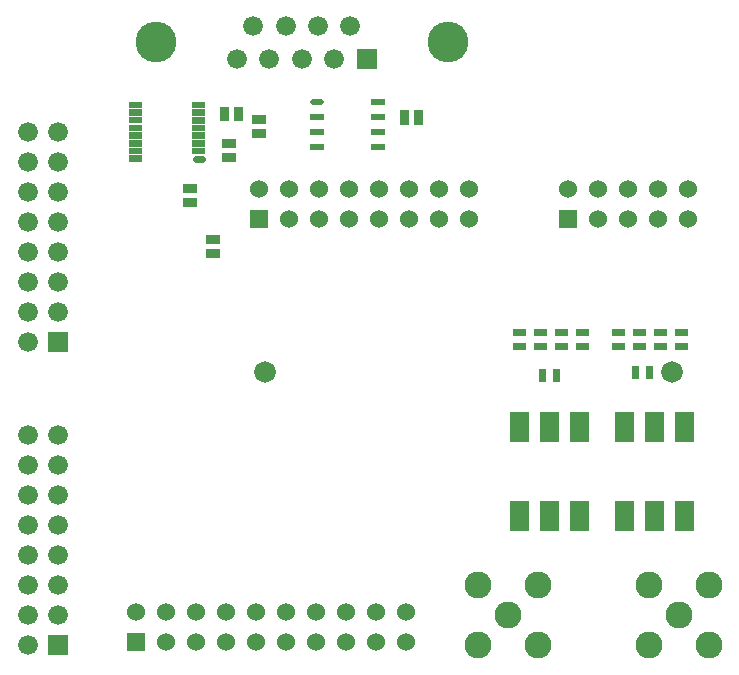
<source format=gbr>
G04 Title: TX Daughterboard, solder mask component side *
G04 Creator: pcb-bin 1.99p *
G04 CreationDate: Thu Dec 30 02:16:24 2004 UTC *
G04 For: matt *
G04 Format: Gerber/RS-274X *
G04 PCB-Dimensions: 275000 250000 *
G04 PCB-Coordinate-Origin: lower left *
%MOIN*%
%FSLAX24Y24*%
%IPPOS*%
%ADD11C,0.0100*%
%ADD12C,0.0160*%
%ADD13C,0.0460*%
%ADD14C,0.0220*%
%ADD15R,0.0160X0.0160*%
%ADD16R,0.0460X0.0460*%
%ADD17R,0.0220X0.0220*%
%ADD18C,0.0080*%
%ADD19R,0.0600X0.0600*%
%ADD20R,0.0660X0.0660*%
%ADD21R,0.0900X0.0900X0.0600X0.0600*%
%ADD22R,0.0900X0.0900*%
%ADD23C,0.0600*%
%ADD24C,0.0660*%
%ADD25C,0.0900X0.0600*%
%ADD26C,0.0900*%
%ADD27C,0.0125*%
%AMTHERM1*7,0,0,0.0900,0.0600,0.0125,45*%
%ADD28THERM1*%
%ADD29C,0.1300*%
%ADD30C,0.1360*%
%ADD31C,0.1600X0.1300*%
%ADD32C,0.1600*%
%ADD33C,0.0200*%
%ADD34R,0.0240X0.0240*%
%ADD35R,0.0440X0.0440*%
%ADD36R,0.0300X0.0300*%
%ADD37C,0.0060*%
%AMTHERM2*7,0,0,0.0900,0.0600,0.0100,45*%
%ADD38THERM2*%
%ADD39R,0.0540X0.0540*%
%ADD40R,0.0650X0.0650*%
%ADD41R,0.0950X0.0950*%
%ADD42C,0.1200X0.0900*%
%ADD43C,0.1200*%
%ADD44C,0.0150*%
%AMTHERM3*7,0,0,0.1200,0.0900,0.0150,45*%
%ADD45THERM3*%
%ADD46C,0.0720*%
%ADD47C,0.0920X0.0720*%
%ADD48C,0.0920*%
%ADD49C,0.0240*%
%ADD50C,0.0340*%
%ADD51C,0.0500*%
%ADD52R,0.0200X0.0200*%
%ADD53R,0.0500X0.0500*%
%ADD54C,0.0137*%
%ADD55C,0.1320*%
%ADD56C,0.1520*%
%ADD57C,0.1520X0.1320*%
%ADD58C,0.0400*%
%ADD59C,0.0600X0.0400*%
%AMTHERM4*7,0,0,0.0600,0.0400,0.0100,45*%
%ADD60THERM4*%
%ADD61C,0.0800*%
%ADD62C,0.0800X0.0600*%
%AMTHERM5*7,0,0,0.0800,0.0600,0.0160,45*%
%ADD63THERM5*%
%LNGROUP_3*%
%LPD*%
G01X0Y0D02*
G54D14*X6500Y17420D02*X6720D01*
G54D17*X6500Y17680D02*X6720D01*
X6500Y17930D02*X6720D01*
X6500Y18190D02*X6720D01*
X6500Y18450D02*X6720D01*
X6500Y18700D02*X6720D01*
X6500Y18960D02*X6720D01*
X6500Y19210D02*X6720D01*
X4380Y19220D02*X4600D01*
X4380Y18960D02*X4600D01*
X4380Y18710D02*X4600D01*
X4380Y18450D02*X4600D01*
X4380Y18190D02*X4600D01*
X4380Y17940D02*X4600D01*
X4380Y17680D02*X4600D01*
X4380Y17430D02*X4600D01*
G54D36*X7000Y14740D02*X7180D01*
X7000Y14260D02*X7180D01*
X8520Y18260D02*X8700D01*
X8520Y18740D02*X8700D01*
X7520Y17460D02*X7700D01*
X7520Y17940D02*X7700D01*
X7460Y19000D02*Y18820D01*
X7940Y19000D02*Y18820D01*
X6220Y16440D02*X6400D01*
X6220Y15960D02*X6400D01*
G54D34*X22610Y11160D02*X22790D01*
X22610Y11640D02*X22790D01*
G54D40*X17300Y5680D02*Y5330D01*
X18300Y5680D02*Y5330D01*
X19300Y5680D02*Y5330D01*
Y8670D02*Y8320D01*
X18300Y8670D02*Y8320D01*
X17300Y8670D02*Y8320D01*
G54D34*X21160Y10390D02*Y10210D01*
X21640Y10390D02*Y10210D01*
X21210Y11160D02*X21390D01*
X21210Y11640D02*X21390D01*
X20510Y11160D02*X20690D01*
X20510Y11640D02*X20690D01*
X19310Y11160D02*X19490D01*
X19310Y11640D02*X19490D01*
X17910Y11160D02*X18090D01*
X17910Y11640D02*X18090D01*
X17210Y11160D02*X17390D01*
X17210Y11640D02*X17390D01*
X18610Y11160D02*X18790D01*
X18610Y11640D02*X18790D01*
X18060Y10290D02*Y10110D01*
X18540Y10290D02*Y10110D01*
G54D40*X20800Y5680D02*Y5330D01*
X21800Y5680D02*Y5330D01*
X22800Y5680D02*Y5330D01*
Y8670D02*Y8320D01*
X21800Y8670D02*Y8320D01*
X20800Y8670D02*Y8320D01*
G54D34*X21910Y11160D02*X22090D01*
X21910Y11640D02*X22090D01*
G54D36*X13940Y18890D02*Y18710D01*
X13460Y18890D02*Y18710D01*
G54D33*X10410Y19300D02*X10690D01*
G54D52*X10410Y18800D02*X10690D01*
X10410Y18300D02*X10690D01*
X10410Y17800D02*X10690D01*
X12450D02*X12730D01*
X12450Y18300D02*X12730D01*
X12450Y18800D02*X12730D01*
X12450Y19300D02*X12730D01*
G54D20*X12200Y20740D03*
G54D24*X11120D03*
X10040D03*
X8960D03*
X7880D03*
X11660Y21860D03*
X10580D03*
X9500D03*
X8420D03*
G54D30*X14900Y21300D03*
X5180D03*
G54D20*X1900Y1200D03*
G54D24*X900D03*
X1900Y2200D03*
X900D03*
X1900Y3200D03*
X900D03*
X1900Y4200D03*
X900D03*
X1900Y5200D03*
X900D03*
X1900Y6200D03*
X900D03*
X1900Y7200D03*
X900D03*
X1900Y8200D03*
X900D03*
G54D20*X1900Y11300D03*
G54D24*X900D03*
X1900Y12300D03*
X900D03*
X1900Y13300D03*
X900D03*
X1900Y14300D03*
X900D03*
X1900Y15300D03*
X900D03*
X1900Y16300D03*
X900D03*
X1900Y17300D03*
X900D03*
X1900Y18300D03*
X900D03*
G54D19*X4500Y1300D03*
G54D23*Y2300D03*
X5500Y1300D03*
Y2300D03*
X6500Y1300D03*
Y2300D03*
X7500Y1300D03*
Y2300D03*
X8500Y1300D03*
Y2300D03*
X9500Y1300D03*
Y2300D03*
X10500Y1300D03*
Y2300D03*
X11500Y1300D03*
Y2300D03*
X12500Y1300D03*
Y2300D03*
X13500Y1300D03*
Y2300D03*
G54D19*X18900Y15400D03*
G54D23*Y16400D03*
X19900Y15400D03*
Y16400D03*
X20900Y15400D03*
Y16400D03*
X21900Y15400D03*
Y16400D03*
X22900Y15400D03*
Y16400D03*
G54D26*X22600Y2200D03*
X21600Y1200D03*
Y3200D03*
X23600Y1200D03*
Y3200D03*
G54D19*X8600Y15400D03*
G54D23*Y16400D03*
X9600Y15400D03*
Y16400D03*
X10600Y15400D03*
Y16400D03*
X11600Y15400D03*
Y16400D03*
X12600Y15400D03*
Y16400D03*
X13600Y15400D03*
Y16400D03*
X14600Y15400D03*
Y16400D03*
X15600Y15400D03*
Y16400D03*
G54D26*X16900Y2200D03*
X15900Y1200D03*
Y3200D03*
X17900Y1200D03*
Y3200D03*
G54D46*X8830Y10300D03*
X22373D03*
M02*

</source>
